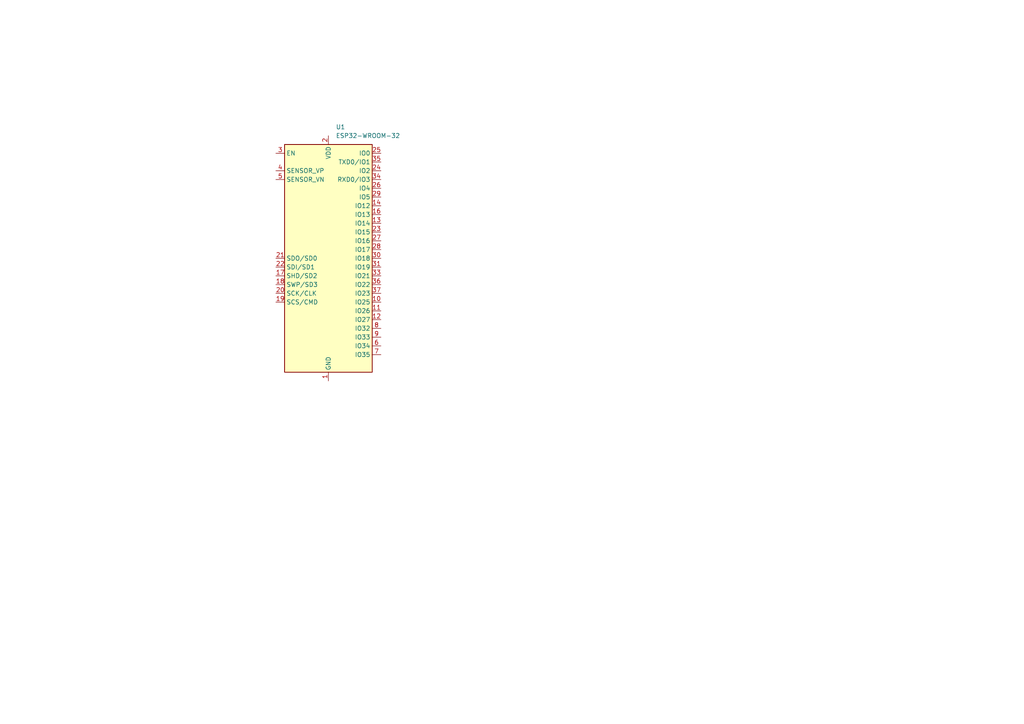
<source format=kicad_sch>
(kicad_sch (version 20250114) (generator "eeschema") (generator_version "9.0")
  (paper "A4")
  (title_block (title "esp32_reference"))
  (lib_symbols
    (symbol "RF_Module:ESP32-WROOM-32"
      (property "Reference" "U" (at -12.7 34.29 0))
      (property "Value" "ESP32-WROOM-32" (at 1.27 34.29 0))
      (symbol "ESP32-WROOM-32_0_1"
        (rectangle (start -12.7 33.02) (end 12.7 -33.02) (stroke (width 0.254)) (fill (type background)))
      )
      (symbol "ESP32-WROOM-32_1_1"
        (pin input line (at -15.24 30.48 0) (length 2.54) (name "EN") (number "3"))
        (pin input line (at -15.24 25.4 0) (length 2.54) (name "SENSOR_VP") (number "4"))
        (pin input line (at -15.24 22.86 0) (length 2.54) (name "SENSOR_VN") (number "5"))
        (pin bidirectional line (at -15.24 0 0) (length 2.54) (name "SDO/SD0") (number "21"))
        (pin bidirectional line (at -15.24 -2.54 0) (length 2.54) (name "SDI/SD1") (number "22"))
        (pin bidirectional line (at -15.24 -5.08 0) (length 2.54) (name "SHD/SD2") (number "17"))
        (pin bidirectional line (at -15.24 -7.62 0) (length 2.54) (name "SWP/SD3") (number "18"))
        (pin bidirectional line (at -15.24 -10.16 0) (length 2.54) (name "SCK/CLK") (number "20"))
        (pin bidirectional line (at -15.24 -12.7 0) (length 2.54) (name "SCS/CMD") (number "19"))
        (pin no_connect line (at -12.7 -27.94 0) (length 2.54) (hide yes) (name "NC") (number "32"))
        (pin power_in line (at 0 35.56 270) (length 2.54) (name "VDD") (number "2"))
        (pin power_in line (at 0 -35.56 90) (length 2.54) (name "GND") (number "1"))
        (pin passive line (at 0 -35.56 90) (length 2.54) (hide yes) (name "GND") (number "15"))
        (pin passive line (at 0 -35.56 90) (length 2.54) (hide yes) (name "GND") (number "38"))
        (pin passive line (at 0 -35.56 90) (length 2.54) (hide yes) (name "GND") (number "39"))
        (pin bidirectional line (at 15.24 30.48 180) (length 2.54) (name "IO0") (number "25"))
        (pin bidirectional line (at 15.24 27.94 180) (length 2.54) (name "TXD0/IO1") (number "35"))
        (pin bidirectional line (at 15.24 25.4 180) (length 2.54) (name "IO2") (number "24"))
        (pin bidirectional line (at 15.24 22.86 180) (length 2.54) (name "RXD0/IO3") (number "34"))
        (pin bidirectional line (at 15.24 20.32 180) (length 2.54) (name "IO4") (number "26"))
        (pin bidirectional line (at 15.24 17.78 180) (length 2.54) (name "IO5") (number "29"))
        (pin bidirectional line (at 15.24 15.24 180) (length 2.54) (name "IO12") (number "14"))
        (pin bidirectional line (at 15.24 12.7 180) (length 2.54) (name "IO13") (number "16"))
        (pin bidirectional line (at 15.24 10.16 180) (length 2.54) (name "IO14") (number "13"))
        (pin bidirectional line (at 15.24 7.62 180) (length 2.54) (name "IO15") (number "23"))
        (pin bidirectional line (at 15.24 5.08 180) (length 2.54) (name "IO16") (number "27"))
        (pin bidirectional line (at 15.24 2.54 180) (length 2.54) (name "IO17") (number "28"))
        (pin bidirectional line (at 15.24 0 180) (length 2.54) (name "IO18") (number "30"))
        (pin bidirectional line (at 15.24 -2.54 180) (length 2.54) (name "IO19") (number "31"))
        (pin bidirectional line (at 15.24 -5.08 180) (length 2.54) (name "IO21") (number "33"))
        (pin bidirectional line (at 15.24 -7.62 180) (length 2.54) (name "IO22") (number "36"))
        (pin bidirectional line (at 15.24 -10.16 180) (length 2.54) (name "IO23") (number "37"))
        (pin bidirectional line (at 15.24 -12.7 180) (length 2.54) (name "IO25") (number "10"))
        (pin bidirectional line (at 15.24 -15.24 180) (length 2.54) (name "IO26") (number "11"))
        (pin bidirectional line (at 15.24 -17.78 180) (length 2.54) (name "IO27") (number "12"))
        (pin bidirectional line (at 15.24 -20.32 180) (length 2.54) (name "IO32") (number "8"))
        (pin bidirectional line (at 15.24 -22.86 180) (length 2.54) (name "IO33") (number "9"))
        (pin input line (at 15.24 -25.4 180) (length 2.54) (name "IO34") (number "6"))
        (pin input line (at 15.24 -27.94 180) (length 2.54) (name "IO35") (number "7"))
      )
    )
  )
  (symbol (lib_id "RF_Module:ESP32-WROOM-32") (at 95.25 74.93 0) (unit 1)
    (property "Reference" "U1" (at 97.3933 36.83 0) (effects (justify left)))
    (property "Value" "ESP32-WROOM-32" (at 97.3933 39.37 0) (effects (justify left)))
    (property "Footprint" "RF_Module:ESP32-WROOM-32" (effects (hide yes)))
    (property "Datasheet" "https://www.espressif.com/sites/default/files/documentation/esp32-wroom-32_datasheet_en.pdf" (effects (hide yes)))
    (property "Description" "RF Module, ESP32-D0WDQ6 SoC, Wi-Fi 802.11b/g/n, Bluetooth, BLE, 32-bit, 2.7-3.6V, onboard antenna, SMD" (effects (hide yes)))
  )
)
</source>
